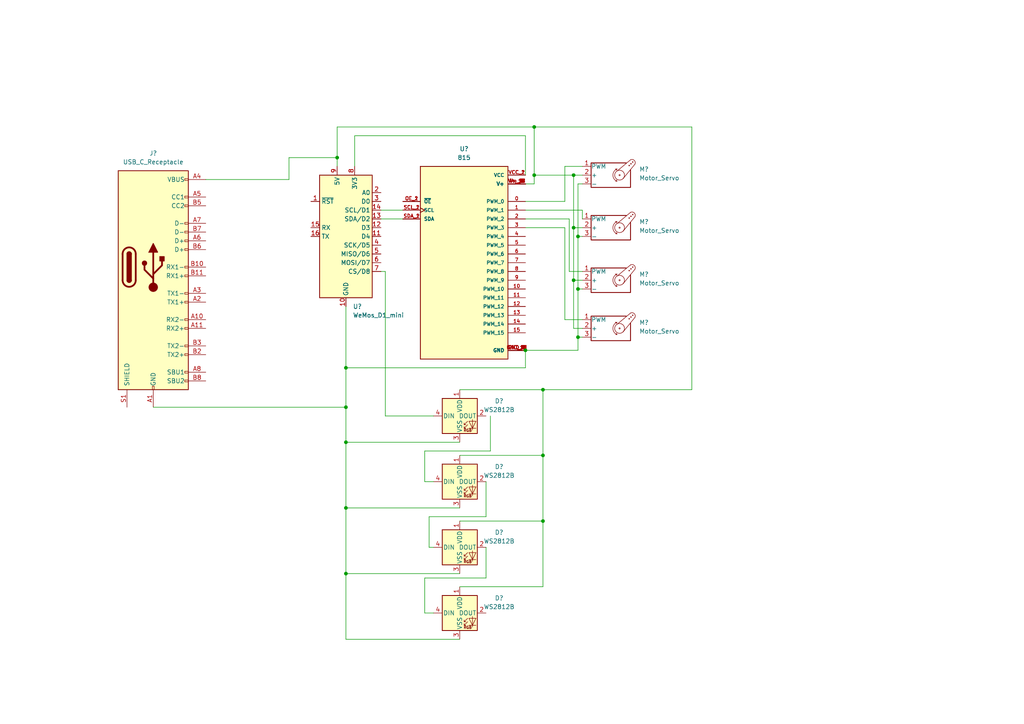
<source format=kicad_sch>
(kicad_sch (version 20211123) (generator eeschema)
  (paper "A4")
  (lib_symbols
    (symbol "815:815" (pin_names (offset 1.016))
      (property "Reference" "U" (at -12.7 28.702 0))
      (property "Value" "815" (at -12.7 -30.48 0))
      (symbol "815_0_0"
        (rectangle (start -12.7 -27.94) (end 12.7 27.94) (stroke (width 0.254)) (fill (type background)))
        (pin output line (at 17.78 17.78 180) (length 5.08) (name "PWM_0") (number "0"))
        (pin output line (at 17.78 15.24 180) (length 5.08) (name "PWM_1") (number "1"))
        (pin output line (at 17.78 -7.62 180) (length 5.08) (name "PWM_10") (number "10"))
        (pin output line (at 17.78 -10.16 180) (length 5.08) (name "PWM_11") (number "11"))
        (pin output line (at 17.78 -12.7 180) (length 5.08) (name "PWM_12") (number "12"))
        (pin output line (at 17.78 -15.24 180) (length 5.08) (name "PWM_13") (number "13"))
        (pin output line (at 17.78 -17.78 180) (length 5.08) (name "PWM_14") (number "14"))
        (pin output line (at 17.78 -20.32 180) (length 5.08) (name "PWM_15") (number "15"))
        (pin output line (at 17.78 12.7 180) (length 5.08) (name "PWM_2") (number "2"))
        (pin output line (at 17.78 10.16 180) (length 5.08) (name "PWM_3") (number "3"))
        (pin output line (at 17.78 7.62 180) (length 5.08) (name "PWM_4") (number "4"))
        (pin output line (at 17.78 5.08 180) (length 5.08) (name "PWM_5") (number "5"))
        (pin output line (at 17.78 2.54 180) (length 5.08) (name "PWM_6") (number "6"))
        (pin output line (at 17.78 0 180) (length 5.08) (name "PWM_7") (number "7"))
        (pin output line (at 17.78 -2.54 180) (length 5.08) (name "PWM_8") (number "8"))
        (pin output line (at 17.78 -5.08 180) (length 5.08) (name "PWM_9") (number "9"))
        (pin power_in line (at 17.78 -25.4 180) (length 5.08) (name "GND") (number "GND_1"))
        (pin power_in line (at 17.78 -25.4 180) (length 5.08) (name "GND") (number "GND_10"))
        (pin power_in line (at 17.78 -25.4 180) (length 5.08) (name "GND") (number "GND_11"))
        (pin power_in line (at 17.78 -25.4 180) (length 5.08) (name "GND") (number "GND_12"))
        (pin power_in line (at 17.78 -25.4 180) (length 5.08) (name "GND") (number "GND_13"))
        (pin power_in line (at 17.78 -25.4 180) (length 5.08) (name "GND") (number "GND_14"))
        (pin power_in line (at 17.78 -25.4 180) (length 5.08) (name "GND") (number "GND_15"))
        (pin power_in line (at 17.78 -25.4 180) (length 5.08) (name "GND") (number "GND_16"))
        (pin power_in line (at 17.78 -25.4 180) (length 5.08) (name "GND") (number "GND_17"))
        (pin power_in line (at 17.78 -25.4 180) (length 5.08) (name "GND") (number "GND_18"))
        (pin power_in line (at 17.78 -25.4 180) (length 5.08) (name "GND") (number "GND_2"))
        (pin power_in line (at 17.78 -25.4 180) (length 5.08) (name "GND") (number "GND_3"))
        (pin power_in line (at 17.78 -25.4 180) (length 5.08) (name "GND") (number "GND_4"))
        (pin power_in line (at 17.78 -25.4 180) (length 5.08) (name "GND") (number "GND_5"))
        (pin power_in line (at 17.78 -25.4 180) (length 5.08) (name "GND") (number "GND_6"))
        (pin power_in line (at 17.78 -25.4 180) (length 5.08) (name "GND") (number "GND_7"))
        (pin power_in line (at 17.78 -25.4 180) (length 5.08) (name "GND") (number "GND_8"))
        (pin power_in line (at 17.78 -25.4 180) (length 5.08) (name "GND") (number "GND_9"))
        (pin input line (at -17.78 17.78 0) (length 5.08) (name "~{OE}") (number "OE_1"))
        (pin input line (at -17.78 17.78 0) (length 5.08) (name "~{OE}") (number "OE_2"))
        (pin input clock (at -17.78 15.24 0) (length 5.08) (name "SCL") (number "SCL_1"))
        (pin input clock (at -17.78 15.24 0) (length 5.08) (name "SCL") (number "SCL_2"))
        (pin bidirectional line (at -17.78 12.7 0) (length 5.08) (name "SDA") (number "SDA_1"))
        (pin bidirectional line (at -17.78 12.7 0) (length 5.08) (name "SDA") (number "SDA_2"))
        (pin power_in line (at 17.78 22.86 180) (length 5.08) (name "V+") (number "V+_1"))
        (pin power_in line (at 17.78 22.86 180) (length 5.08) (name "V+") (number "V+_10"))
        (pin power_in line (at 17.78 22.86 180) (length 5.08) (name "V+") (number "V+_11"))
        (pin power_in line (at 17.78 22.86 180) (length 5.08) (name "V+") (number "V+_12"))
        (pin power_in line (at 17.78 22.86 180) (length 5.08) (name "V+") (number "V+_13"))
        (pin power_in line (at 17.78 22.86 180) (length 5.08) (name "V+") (number "V+_14"))
        (pin power_in line (at 17.78 22.86 180) (length 5.08) (name "V+") (number "V+_15"))
        (pin power_in line (at 17.78 22.86 180) (length 5.08) (name "V+") (number "V+_16"))
        (pin power_in line (at 17.78 22.86 180) (length 5.08) (name "V+") (number "V+_17"))
        (pin power_in line (at 17.78 22.86 180) (length 5.08) (name "V+") (number "V+_18"))
        (pin power_in line (at 17.78 22.86 180) (length 5.08) (name "V+") (number "V+_2"))
        (pin power_in line (at 17.78 22.86 180) (length 5.08) (name "V+") (number "V+_3"))
        (pin power_in line (at 17.78 22.86 180) (length 5.08) (name "V+") (number "V+_4"))
        (pin power_in line (at 17.78 22.86 180) (length 5.08) (name "V+") (number "V+_5"))
        (pin power_in line (at 17.78 22.86 180) (length 5.08) (name "V+") (number "V+_6"))
        (pin power_in line (at 17.78 22.86 180) (length 5.08) (name "V+") (number "V+_7"))
        (pin power_in line (at 17.78 22.86 180) (length 5.08) (name "V+") (number "V+_8"))
        (pin power_in line (at 17.78 22.86 180) (length 5.08) (name "V+") (number "V+_9"))
        (pin power_in line (at 17.78 25.4 180) (length 5.08) (name "VCC") (number "VCC_1"))
        (pin power_in line (at 17.78 25.4 180) (length 5.08) (name "VCC") (number "VCC_2"))
      )
    )
    (symbol "Connector:USB_C_Receptacle" (pin_names (offset 1.016))
      (property "Reference" "J" (at -10.16 29.21 0))
      (property "Value" "USB_C_Receptacle" (at 10.16 29.21 0))
      (symbol "USB_C_Receptacle_0_0"
        (rectangle (start -0.254 -35.56) (end 0.254 -34.544))
        (rectangle (start 10.16 -32.766) (end 9.144 -33.274))
        (rectangle (start 10.16 -30.226) (end 9.144 -30.734))
        (rectangle (start 10.16 -25.146) (end 9.144 -25.654))
        (rectangle (start 10.16 -22.606) (end 9.144 -23.114))
        (rectangle (start 10.16 -17.526) (end 9.144 -18.034))
        (rectangle (start 10.16 -14.986) (end 9.144 -15.494))
        (rectangle (start 10.16 -9.906) (end 9.144 -10.414))
        (rectangle (start 10.16 -7.366) (end 9.144 -7.874))
        (rectangle (start 10.16 -2.286) (end 9.144 -2.794))
        (rectangle (start 10.16 0.254) (end 9.144 -0.254))
        (rectangle (start 10.16 5.334) (end 9.144 4.826))
        (rectangle (start 10.16 7.874) (end 9.144 7.366))
        (rectangle (start 10.16 10.414) (end 9.144 9.906))
        (rectangle (start 10.16 12.954) (end 9.144 12.446))
        (rectangle (start 10.16 18.034) (end 9.144 17.526))
        (rectangle (start 10.16 20.574) (end 9.144 20.066))
        (rectangle (start 10.16 25.654) (end 9.144 25.146))
      )
      (symbol "USB_C_Receptacle_0_1"
        (rectangle (start -10.16 27.94) (end 10.16 -35.56) (stroke (width 0.254)) (fill (type background)))
        (arc (start -8.89 -3.81) (mid -6.985 -5.715) (end -5.08 -3.81) (stroke (width 0.508)))
        (arc (start -7.62 -3.81) (mid -6.985 -4.445) (end -6.35 -3.81) (stroke (width 0.254)))
        (arc (start -7.62 -3.81) (mid -6.985 -4.445) (end -6.35 -3.81) (stroke (width 0.254)) (fill (type outline)))
        (rectangle (start -7.62 -3.81) (end -6.35 3.81) (stroke (width 0.254)) (fill (type outline)))
        (arc (start -6.35 3.81) (mid -6.985 4.445) (end -7.62 3.81) (stroke (width 0.254)))
        (arc (start -6.35 3.81) (mid -6.985 4.445) (end -7.62 3.81) (stroke (width 0.254)) (fill (type outline)))
        (arc (start -5.08 3.81) (mid -6.985 5.715) (end -8.89 3.81) (stroke (width 0.508)))
        (polyline (pts (xy -8.89 -3.81) (xy -8.89 3.81)) (stroke (width 0.508)))
        (polyline (pts (xy -5.08 3.81) (xy -5.08 -3.81)) (stroke (width 0.508)))
      )
      (symbol "USB_C_Receptacle_1_1"
        (circle (center -2.54 1.143) (radius 0.635) (stroke (width 0.254)) (fill (type outline)))
        (circle (center 0 -5.842) (radius 1.27) (fill (type outline)))
        (polyline (pts (xy 0 -5.842) (xy 0 4.318)) (stroke (width 0.508)))
        (polyline (pts (xy 0 -3.302) (xy -2.54 -0.762) (xy -2.54 0.508)) (stroke (width 0.508)))
        (polyline (pts (xy 0 -2.032) (xy 2.54 0.508) (xy 2.54 1.778)) (stroke (width 0.508)))
        (polyline (pts (xy -1.27 4.318) (xy 0 6.858) (xy 1.27 4.318) (xy -1.27 4.318)) (stroke (width 0.254)) (fill (type outline)))
        (rectangle (start 1.905 1.778) (end 3.175 3.048) (stroke (width 0.254)) (fill (type outline)))
        (pin passive line (at 0 -40.64 90) (length 5.08) (name "GND") (number "A1"))
        (pin bidirectional line (at 15.24 -15.24 180) (length 5.08) (name "RX2-") (number "A10"))
        (pin bidirectional line (at 15.24 -17.78 180) (length 5.08) (name "RX2+") (number "A11"))
        (pin passive line (at 0 -40.64 90) (length 5.08) hide (name "GND") (number "A12"))
        (pin bidirectional line (at 15.24 -10.16 180) (length 5.08) (name "TX1+") (number "A2"))
        (pin bidirectional line (at 15.24 -7.62 180) (length 5.08) (name "TX1-") (number "A3"))
        (pin passive line (at 15.24 25.4 180) (length 5.08) (name "VBUS") (number "A4"))
        (pin bidirectional line (at 15.24 20.32 180) (length 5.08) (name "CC1") (number "A5"))
        (pin bidirectional line (at 15.24 7.62 180) (length 5.08) (name "D+") (number "A6"))
        (pin bidirectional line (at 15.24 12.7 180) (length 5.08) (name "D-") (number "A7"))
        (pin bidirectional line (at 15.24 -30.48 180) (length 5.08) (name "SBU1") (number "A8"))
        (pin passive line (at 15.24 25.4 180) (length 5.08) hide (name "VBUS") (number "A9"))
        (pin passive line (at 0 -40.64 90) (length 5.08) hide (name "GND") (number "B1"))
        (pin bidirectional line (at 15.24 0 180) (length 5.08) (name "RX1-") (number "B10"))
        (pin bidirectional line (at 15.24 -2.54 180) (length 5.08) (name "RX1+") (number "B11"))
        (pin passive line (at 0 -40.64 90) (length 5.08) hide (name "GND") (number "B12"))
        (pin bidirectional line (at 15.24 -25.4 180) (length 5.08) (name "TX2+") (number "B2"))
        (pin bidirectional line (at 15.24 -22.86 180) (length 5.08) (name "TX2-") (number "B3"))
        (pin passive line (at 15.24 25.4 180) (length 5.08) hide (name "VBUS") (number "B4"))
        (pin bidirectional line (at 15.24 17.78 180) (length 5.08) (name "CC2") (number "B5"))
        (pin bidirectional line (at 15.24 5.08 180) (length 5.08) (name "D+") (number "B6"))
        (pin bidirectional line (at 15.24 10.16 180) (length 5.08) (name "D-") (number "B7"))
        (pin bidirectional line (at 15.24 -33.02 180) (length 5.08) (name "SBU2") (number "B8"))
        (pin passive line (at 15.24 25.4 180) (length 5.08) hide (name "VBUS") (number "B9"))
        (pin passive line (at -7.62 -40.64 90) (length 5.08) (name "SHIELD") (number "S1"))
      )
    )
    (symbol "LED:WS2812B" (pin_names (offset 0.254))
      (property "Reference" "D" (at 5.08 5.715 0))
      (property "Value" "WS2812B" (at 1.27 -5.715 0))
      (symbol "WS2812B_0_0"
        (text "RGB" (at 2.286 -4.191 0) (effects (font (size 0.762 0.762))))
      )
      (symbol "WS2812B_0_1"
        (polyline (pts (xy 1.27 -3.556) (xy 1.778 -3.556)))
        (polyline (pts (xy 1.27 -2.54) (xy 1.778 -2.54)))
        (polyline (pts (xy 4.699 -3.556) (xy 2.667 -3.556)))
        (polyline (pts (xy 2.286 -2.54) (xy 1.27 -3.556) (xy 1.27 -3.048)))
        (polyline (pts (xy 2.286 -1.524) (xy 1.27 -2.54) (xy 1.27 -2.032)))
        (polyline (pts (xy 3.683 -1.016) (xy 3.683 -3.556) (xy 3.683 -4.064)))
        (polyline (pts (xy 4.699 -1.524) (xy 2.667 -1.524) (xy 3.683 -3.556) (xy 4.699 -1.524)))
        (rectangle (start 5.08 5.08) (end -5.08 -5.08) (stroke (width 0.254)) (fill (type background)))
      )
      (symbol "WS2812B_1_1"
        (pin power_in line (at 0 7.62 270) (length 2.54) (name "VDD") (number "1"))
        (pin output line (at 7.62 0 180) (length 2.54) (name "DOUT") (number "2"))
        (pin power_in line (at 0 -7.62 90) (length 2.54) (name "VSS") (number "3"))
        (pin input line (at -7.62 0 0) (length 2.54) (name "DIN") (number "4"))
      )
    )
    (symbol "MCU_Module:WeMos_D1_mini"
      (property "Reference" "U" (at 3.81 19.05 0))
      (property "Value" "WeMos_D1_mini" (at 1.27 -19.05 0))
      (symbol "WeMos_D1_mini_1_1"
        (rectangle (start -7.62 17.78) (end 7.62 -17.78) (stroke (width 0.254)) (fill (type background)))
        (pin input line (at -10.16 10.16 0) (length 2.54) (name "~{RST}") (number "1"))
        (pin power_in line (at 0 -20.32 90) (length 2.54) (name "GND") (number "10"))
        (pin bidirectional line (at 10.16 0 180) (length 2.54) (name "D4") (number "11"))
        (pin bidirectional line (at 10.16 2.54 180) (length 2.54) (name "D3") (number "12"))
        (pin bidirectional line (at 10.16 5.08 180) (length 2.54) (name "SDA/D2") (number "13"))
        (pin bidirectional line (at 10.16 7.62 180) (length 2.54) (name "SCL/D1") (number "14"))
        (pin input line (at -10.16 2.54 0) (length 2.54) (name "RX") (number "15"))
        (pin output line (at -10.16 0 0) (length 2.54) (name "TX") (number "16"))
        (pin input line (at 10.16 12.7 180) (length 2.54) (name "A0") (number "2"))
        (pin bidirectional line (at 10.16 10.16 180) (length 2.54) (name "D0") (number "3"))
        (pin bidirectional line (at 10.16 -2.54 180) (length 2.54) (name "SCK/D5") (number "4"))
        (pin bidirectional line (at 10.16 -5.08 180) (length 2.54) (name "MISO/D6") (number "5"))
        (pin bidirectional line (at 10.16 -7.62 180) (length 2.54) (name "MOSI/D7") (number "6"))
        (pin bidirectional line (at 10.16 -10.16 180) (length 2.54) (name "CS/D8") (number "7"))
        (pin power_out line (at 2.54 20.32 270) (length 2.54) (name "3V3") (number "8"))
        (pin power_in line (at -2.54 20.32 270) (length 2.54) (name "5V") (number "9"))
      )
    )
    (symbol "Motor:Motor_Servo" (pin_names (offset 0.0254))
      (property "Reference" "M" (at -5.08 4.445 0))
      (property "Value" "Motor_Servo" (at -5.08 -4.064 0))
      (symbol "Motor_Servo_0_1"
        (polyline (pts (xy 2.413 -1.778) (xy 2.032 -1.778)))
        (polyline (pts (xy 2.413 -1.778) (xy 2.286 -1.397)))
        (polyline (pts (xy 2.413 1.778) (xy 1.905 1.778)))
        (polyline (pts (xy 2.413 1.778) (xy 2.286 1.397)))
        (polyline (pts (xy 6.35 4.445) (xy 2.54 1.27)))
        (polyline (pts (xy 7.62 3.175) (xy 4.191 -1.016)))
        (polyline (pts (xy 5.08 3.556) (xy -5.08 3.556) (xy -5.08 -3.556) (xy 6.35 -3.556) (xy 6.35 1.524)) (stroke (width 0.254)))
        (arc (start 2.413 1.778) (mid 1.2406 0) (end 2.413 -1.778))
        (circle (center 3.175 0) (radius 0.1778))
        (circle (center 3.175 0) (radius 1.4224))
        (circle (center 5.969 2.794) (radius 0.127))
        (circle (center 6.477 3.302) (radius 0.127))
        (circle (center 6.985 3.81) (radius 0.127))
        (arc (start 7.62 3.175) (mid 7.4485 4.2735) (end 6.35 4.445))
      )
      (symbol "Motor_Servo_1_1"
        (pin passive line (at -7.62 2.54 0) (length 2.54) (name "PWM") (number "1"))
        (pin passive line (at -7.62 0 0) (length 2.54) (name "+") (number "2"))
        (pin passive line (at -7.62 -2.54 0) (length 2.54) (name "-") (number "3"))
      )
    )
  )
  (junction (at 157.48 151.13))
  (junction (at 166.37 66.04))
  (junction (at 100.33 106.68))
  (junction (at 154.94 36.83))
  (junction (at 100.33 118.11))
  (junction (at 167.64 68.58))
  (junction (at 100.33 147.32))
  (junction (at 166.37 50.8))
  (junction (at 97.79 45.72))
  (junction (at 100.33 166.37))
  (junction (at 157.48 113.03))
  (junction (at 157.48 132.08))
  (junction (at 167.64 97.79))
  (junction (at 166.37 81.28))
  (junction (at 167.64 83.82))
  (junction (at 152.4 101.6))
  (junction (at 100.33 128.27))
  (junction (at 154.94 50.8))
  (wire (pts (xy 142.24 130.81) (xy 123.19 130.81)))
  (wire (pts (xy 140.97 167.64) (xy 123.19 167.64)))
  (wire (pts (xy 154.94 53.34) (xy 154.94 50.8)))
  (wire (pts (xy 100.33 147.32) (xy 133.35 147.32)))
  (wire (pts (xy 152.4 53.34) (xy 154.94 53.34)))
  (wire (pts (xy 152.4 101.6) (xy 152.4 106.68)))
  (wire (pts (xy 97.79 45.72) (xy 97.79 48.26)))
  (wire (pts (xy 123.19 130.81) (xy 123.19 139.7)))
  (wire (pts (xy 168.91 60.96) (xy 168.91 63.5)))
  (wire (pts (xy 152.4 39.37) (xy 102.87 39.37)))
  (wire (pts (xy 152.4 63.5) (xy 165.1 63.5)))
  (wire (pts (xy 167.64 68.58) (xy 168.91 68.58)))
  (wire (pts (xy 102.87 39.37) (xy 102.87 48.26)))
  (wire (pts (xy 100.33 128.27) (xy 100.33 147.32)))
  (wire (pts (xy 200.66 113.03) (xy 157.48 113.03)))
  (wire (pts (xy 100.33 106.68) (xy 100.33 88.9)))
  (wire (pts (xy 167.64 101.6) (xy 152.4 101.6)))
  (wire (pts (xy 200.66 36.83) (xy 200.66 113.03)))
  (wire (pts (xy 140.97 158.75) (xy 140.97 167.64)))
  (wire (pts (xy 168.91 81.28) (xy 166.37 81.28)))
  (wire (pts (xy 133.35 151.13) (xy 157.48 151.13)))
  (wire (pts (xy 168.91 53.34) (xy 167.64 53.34)))
  (wire (pts (xy 123.19 167.64) (xy 123.19 177.8)))
  (wire (pts (xy 166.37 66.04) (xy 166.37 50.8)))
  (wire (pts (xy 152.4 60.96) (xy 168.91 60.96)))
  (wire (pts (xy 59.69 52.07) (xy 83.82 52.07)))
  (wire (pts (xy 168.91 66.04) (xy 166.37 66.04)))
  (wire (pts (xy 97.79 36.83) (xy 97.79 45.72)))
  (wire (pts (xy 124.46 158.75) (xy 125.73 158.75)))
  (wire (pts (xy 154.94 50.8) (xy 154.94 36.83)))
  (wire (pts (xy 100.33 185.42) (xy 133.35 185.42)))
  (wire (pts (xy 168.91 83.82) (xy 167.64 83.82)))
  (wire (pts (xy 110.49 78.74) (xy 111.76 78.74)))
  (wire (pts (xy 165.1 63.5) (xy 165.1 78.74)))
  (wire (pts (xy 166.37 81.28) (xy 166.37 66.04)))
  (wire (pts (xy 100.33 166.37) (xy 100.33 185.42)))
  (wire (pts (xy 123.19 139.7) (xy 125.73 139.7)))
  (wire (pts (xy 154.94 50.8) (xy 166.37 50.8)))
  (wire (pts (xy 163.83 48.26) (xy 168.91 48.26)))
  (wire (pts (xy 44.45 118.11) (xy 100.33 118.11)))
  (wire (pts (xy 154.94 36.83) (xy 200.66 36.83)))
  (wire (pts (xy 100.33 128.27) (xy 133.35 128.27)))
  (wire (pts (xy 157.48 113.03) (xy 133.35 113.03)))
  (wire (pts (xy 163.83 92.71) (xy 163.83 66.04)))
  (wire (pts (xy 124.46 149.86) (xy 124.46 158.75)))
  (wire (pts (xy 110.49 63.5) (xy 116.84 63.5)))
  (wire (pts (xy 111.76 78.74) (xy 111.76 120.65)))
  (wire (pts (xy 163.83 58.42) (xy 163.83 48.26)))
  (wire (pts (xy 100.33 147.32) (xy 100.33 166.37)))
  (wire (pts (xy 167.64 68.58) (xy 167.64 83.82)))
  (wire (pts (xy 163.83 66.04) (xy 152.4 66.04)))
  (wire (pts (xy 110.49 60.96) (xy 116.84 60.96)))
  (wire (pts (xy 157.48 170.18) (xy 157.48 151.13)))
  (wire (pts (xy 100.33 118.11) (xy 100.33 106.68)))
  (wire (pts (xy 154.94 36.83) (xy 97.79 36.83)))
  (wire (pts (xy 166.37 95.25) (xy 166.37 81.28)))
  (wire (pts (xy 133.35 170.18) (xy 157.48 170.18)))
  (wire (pts (xy 142.24 120.65) (xy 142.24 130.81)))
  (wire (pts (xy 100.33 118.11) (xy 100.33 128.27)))
  (wire (pts (xy 140.97 139.7) (xy 140.97 149.86)))
  (wire (pts (xy 83.82 45.72) (xy 97.79 45.72)))
  (wire (pts (xy 100.33 106.68) (xy 152.4 106.68)))
  (wire (pts (xy 168.91 95.25) (xy 166.37 95.25)))
  (wire (pts (xy 133.35 132.08) (xy 157.48 132.08)))
  (wire (pts (xy 167.64 97.79) (xy 167.64 101.6)))
  (wire (pts (xy 167.64 53.34) (xy 167.64 68.58)))
  (wire (pts (xy 168.91 92.71) (xy 163.83 92.71)))
  (wire (pts (xy 140.97 149.86) (xy 124.46 149.86)))
  (wire (pts (xy 165.1 78.74) (xy 168.91 78.74)))
  (wire (pts (xy 152.4 58.42) (xy 163.83 58.42)))
  (wire (pts (xy 123.19 177.8) (xy 125.73 177.8)))
  (wire (pts (xy 100.33 166.37) (xy 133.35 166.37)))
  (wire (pts (xy 166.37 50.8) (xy 168.91 50.8)))
  (wire (pts (xy 83.82 52.07) (xy 83.82 45.72)))
  (wire (pts (xy 157.48 151.13) (xy 157.48 132.08)))
  (wire (pts (xy 152.4 50.8) (xy 152.4 39.37)))
  (wire (pts (xy 167.64 83.82) (xy 167.64 97.79)))
  (wire (pts (xy 157.48 132.08) (xy 157.48 113.03)))
  (wire (pts (xy 168.91 97.79) (xy 167.64 97.79)))
  (wire (pts (xy 111.76 120.65) (xy 125.73 120.65)))
  (symbol (lib_id "Connector:USB_C_Receptacle") (at 44.45 77.47 0) (unit 1)
    (property "Reference" "J?" (at 44.45 44.45 0))
    (property "Value" "USB_C_Receptacle" (at 44.45 46.99 0))
    (property "Datasheet" "https://www.usb.org/sites/default/files/documents/usb_type-c.zip" (effects hide))
  )
  (symbol (lib_id "Motor:Motor_Servo") (at 176.53 66.04 0) (unit 1)
    (property "Reference" "M?" (at 185.42 64.3365 0) (effects (justify left)))
    (property "Value" "Motor_Servo" (at 185.42 66.8765 0) (effects (justify left)))
    (property "Datasheet" "http://forums.parallax.com/uploads/attachments/46831/74481.png" (effects hide))
  )
  (symbol (lib_id "LED:WS2812B") (at 133.35 139.7 0) (unit 1)
    (property "Reference" "D?" (at 144.78 135.3693 0))
    (property "Value" "WS2812B" (at 144.78 137.9093 0))
    (property "Footprint" "LED_SMD:LED_WS2812B_PLCC4_5.0x5.0mm_P3.2mm" (effects hide))
    (property "Datasheet" "https://cdn-shop.adafruit.com/datasheets/WS2812B.pdf" (effects hide))
  )
  (symbol (lib_id "LED:WS2812B") (at 133.35 120.65 0) (unit 1)
    (property "Reference" "D?" (at 144.78 116.3193 0))
    (property "Value" "WS2812B" (at 144.78 118.8593 0))
    (property "Footprint" "LED_SMD:LED_WS2812B_PLCC4_5.0x5.0mm_P3.2mm" (effects hide))
    (property "Datasheet" "https://cdn-shop.adafruit.com/datasheets/WS2812B.pdf" (effects hide))
  )
  (symbol (lib_id "Motor:Motor_Servo") (at 176.53 95.25 0) (unit 1)
    (property "Reference" "M?" (at 185.42 93.5465 0) (effects (justify left)))
    (property "Value" "Motor_Servo" (at 185.42 96.0865 0) (effects (justify left)))
    (property "Datasheet" "http://forums.parallax.com/uploads/attachments/46831/74481.png" (effects hide))
  )
  (symbol (lib_id "MCU_Module:WeMos_D1_mini") (at 100.33 68.58 0) (unit 1)
    (property "Reference" "U?" (at 102.3494 88.9 0) (effects (justify left)))
    (property "Value" "WeMos_D1_mini" (at 102.3494 91.44 0) (effects (justify left)))
    (property "Footprint" "Module:WEMOS_D1_mini_light" (effects hide))
    (property "Datasheet" "https://wiki.wemos.cc/products:d1:d1_mini#documentation" (effects hide))
  )
  (symbol (lib_id "LED:WS2812B") (at 133.35 158.75 0) (unit 1)
    (property "Reference" "D?" (at 144.78 154.4193 0))
    (property "Value" "WS2812B" (at 144.78 156.9593 0))
    (property "Footprint" "LED_SMD:LED_WS2812B_PLCC4_5.0x5.0mm_P3.2mm" (effects hide))
    (property "Datasheet" "https://cdn-shop.adafruit.com/datasheets/WS2812B.pdf" (effects hide))
  )
  (symbol (lib_id "Motor:Motor_Servo") (at 176.53 50.8 0) (unit 1)
    (property "Reference" "M?" (at 185.42 49.0965 0) (effects (justify left)))
    (property "Value" "Motor_Servo" (at 185.42 51.6365 0) (effects (justify left)))
    (property "Datasheet" "http://forums.parallax.com/uploads/attachments/46831/74481.png" (effects hide))
  )
  (symbol (lib_id "815:815") (at 134.62 76.2 0) (unit 1)
    (property "Reference" "U?" (at 134.62 43.18 0))
    (property "Value" "815" (at 134.62 45.72 0))
    (property "Footprint" "MODULE_815" (effects hide))
    (property "MANUFACTURER" "Adafruit" (effects hide))
    (property "STANDARD" "Manufacturer Recommendations" (effects hide))
    (property "PARTREV" "2021-11-15" (effects hide))
  )
  (symbol (lib_id "LED:WS2812B") (at 133.35 177.8 0) (unit 1)
    (property "Reference" "D?" (at 144.78 173.4693 0))
    (property "Value" "WS2812B" (at 144.78 176.0093 0))
    (property "Footprint" "LED_SMD:LED_WS2812B_PLCC4_5.0x5.0mm_P3.2mm" (effects hide))
    (property "Datasheet" "https://cdn-shop.adafruit.com/datasheets/WS2812B.pdf" (effects hide))
  )
  (symbol (lib_id "Motor:Motor_Servo") (at 176.53 81.28 0) (unit 1)
    (property "Reference" "M?" (at 185.42 79.5765 0) (effects (justify left)))
    (property "Value" "Motor_Servo" (at 185.42 82.1165 0) (effects (justify left)))
    (property "Datasheet" "http://forums.parallax.com/uploads/attachments/46831/74481.png" (effects hide))
  )
)
</source>
